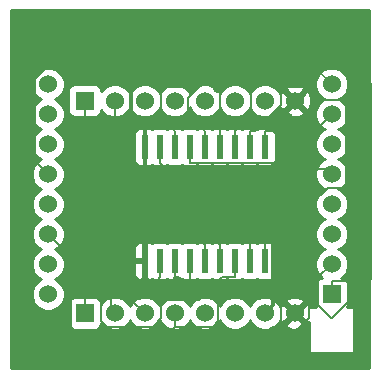
<source format=gbl>
G04 (created by PCBNEW-RS274X (2011-05-25)-stable) date Fri 25 Jan 2013 03:29:58 PM PST*
G01*
G70*
G90*
%MOIN*%
G04 Gerber Fmt 3.4, Leading zero omitted, Abs format*
%FSLAX34Y34*%
G04 APERTURE LIST*
%ADD10C,0.006000*%
%ADD11C,0.000100*%
%ADD12C,0.060000*%
%ADD13R,0.060000X0.060000*%
%ADD14R,0.023600X0.078700*%
%ADD15C,0.035000*%
%ADD16C,0.008000*%
%ADD17C,0.012000*%
%ADD18C,0.010000*%
G04 APERTURE END LIST*
G54D10*
G54D11*
G36*
X51076Y-37754D02*
X51076Y-37754D01*
X51076Y-37754D01*
X51076Y-37754D01*
X51076Y-37754D01*
X51076Y-37754D01*
X51076Y-37754D01*
X51076Y-37754D01*
X51076Y-37754D01*
X51076Y-37754D01*
X51076Y-37754D01*
X51076Y-37754D01*
X51076Y-37754D01*
X51076Y-37754D01*
X51076Y-37754D01*
X51076Y-37754D01*
X51076Y-37754D01*
X51076Y-37754D01*
X51076Y-37754D01*
X51076Y-37754D01*
X51076Y-37754D01*
X51076Y-37754D01*
X51076Y-37754D01*
X51076Y-37754D01*
X51076Y-37754D01*
X51076Y-37754D01*
X51076Y-37754D01*
X51076Y-37754D01*
X51076Y-37754D01*
X51076Y-37754D01*
X51076Y-37754D01*
X51076Y-37754D01*
X51076Y-37754D01*
X51076Y-37754D01*
X51076Y-37754D01*
X51076Y-37754D01*
X51076Y-37754D01*
X51076Y-37754D01*
X51076Y-37754D01*
X51076Y-37754D01*
X51076Y-37754D01*
X51076Y-37754D01*
X51076Y-37754D01*
X51076Y-37754D01*
X51076Y-37754D01*
X51076Y-37754D01*
X51076Y-37754D01*
X51076Y-37754D01*
X51076Y-37754D01*
X51076Y-37754D01*
X51076Y-37754D01*
X51076Y-37754D01*
X51076Y-37754D01*
X51076Y-37754D01*
X51076Y-37754D01*
X51076Y-37754D01*
X51076Y-37754D01*
X51076Y-37754D01*
X51076Y-37754D01*
X51076Y-37754D01*
X51076Y-37754D01*
X51076Y-37754D01*
X51076Y-37754D01*
X51076Y-37754D01*
X51076Y-37754D01*
X51076Y-37754D01*
X51076Y-37754D01*
X51076Y-37754D01*
X51076Y-37754D01*
X51076Y-37754D01*
X51076Y-37754D01*
X51076Y-37754D01*
X51076Y-37754D01*
X51076Y-37754D01*
X51076Y-37754D01*
X51076Y-37754D01*
X51076Y-37754D01*
X51076Y-37754D01*
X51076Y-37754D01*
X51076Y-37754D01*
X51076Y-37754D01*
X51076Y-37754D01*
X51076Y-37754D01*
X51076Y-37754D01*
X51076Y-37754D01*
X51076Y-37754D01*
X51076Y-37754D01*
X51076Y-37754D01*
X51076Y-37754D01*
X51076Y-37754D01*
X51076Y-37754D01*
X51076Y-37754D01*
X51076Y-37754D01*
X51076Y-37754D01*
X51076Y-37754D01*
X51076Y-37754D01*
X51076Y-37754D01*
X51076Y-37754D01*
X51076Y-37754D01*
X51076Y-37754D01*
X51076Y-37754D01*
X51076Y-37754D01*
X51076Y-37754D01*
X51076Y-37754D01*
X51076Y-37754D01*
X51076Y-37754D01*
X51076Y-37754D01*
X51076Y-37754D01*
X51076Y-37754D01*
X51076Y-37754D01*
X51076Y-37754D01*
X51076Y-37754D01*
X51076Y-37754D01*
X51076Y-37754D01*
X51076Y-37754D01*
X51076Y-37754D01*
X51076Y-37754D01*
X51076Y-37754D01*
X51076Y-37754D01*
X51076Y-37754D01*
X51076Y-37754D01*
X51076Y-37754D01*
X51076Y-37754D01*
X51076Y-37754D01*
X51076Y-37754D01*
X51076Y-37754D01*
X51076Y-37754D01*
X51076Y-37754D01*
X51076Y-37754D01*
X51076Y-37754D01*
X51076Y-37754D01*
X51076Y-37754D01*
X51076Y-37754D01*
X51076Y-37754D01*
X51076Y-37754D01*
X51076Y-37754D01*
X51076Y-37754D01*
X51076Y-37754D01*
X51076Y-37754D01*
X51076Y-37754D01*
X51076Y-37754D01*
X51076Y-37754D01*
X51076Y-37754D01*
X51076Y-37754D01*
X51076Y-37754D01*
X51076Y-37754D01*
X51076Y-37754D01*
X51076Y-37754D01*
X51076Y-37754D01*
X51076Y-37754D01*
X51076Y-37754D01*
X51076Y-37754D01*
X51076Y-37754D01*
X51076Y-37754D01*
X51076Y-37754D01*
X51076Y-37754D01*
X51076Y-37754D01*
X51076Y-37754D01*
X51076Y-37754D01*
X51076Y-37754D01*
X51076Y-37754D01*
X51076Y-37754D01*
X51076Y-37754D01*
X51076Y-37754D01*
X51076Y-37754D01*
X51076Y-37754D01*
X51076Y-37754D01*
X51076Y-37754D01*
X51076Y-37754D01*
X51076Y-37754D01*
X51076Y-37754D01*
X51076Y-37754D01*
X51076Y-37754D01*
X51076Y-37754D01*
X51076Y-37754D01*
X51076Y-37754D01*
X51076Y-37754D01*
X51076Y-37754D01*
X51076Y-37754D01*
X51076Y-37754D01*
X51076Y-37754D01*
X51076Y-37754D01*
X51076Y-37754D01*
X51076Y-37754D01*
X51076Y-37754D01*
X51076Y-37754D01*
X51076Y-37754D01*
X51076Y-37754D01*
X51076Y-37754D01*
X51076Y-37754D01*
X51076Y-37754D01*
X51076Y-37754D01*
X51076Y-37754D01*
X51076Y-37754D01*
X51076Y-37754D01*
X51076Y-37754D01*
X51076Y-37754D01*
G37*
G36*
X50202Y-38259D02*
X50202Y-38259D01*
X50202Y-38259D01*
X50202Y-38259D01*
X50202Y-38259D01*
X50202Y-38259D01*
X50202Y-38259D01*
X50202Y-38259D01*
X50202Y-38259D01*
X50202Y-38259D01*
X50202Y-38259D01*
X50202Y-38259D01*
X50202Y-38259D01*
X50202Y-38259D01*
X50202Y-38259D01*
X50202Y-38259D01*
X50202Y-38259D01*
X50202Y-38259D01*
X50202Y-38259D01*
X50202Y-38259D01*
G37*
G36*
X50672Y-38234D02*
X50672Y-38234D01*
X50672Y-38234D01*
X50672Y-38234D01*
X50672Y-38234D01*
X50672Y-38234D01*
X50672Y-38234D01*
X50672Y-38234D01*
X50672Y-38234D01*
X50672Y-38234D01*
X50672Y-38234D01*
X50672Y-38234D01*
X50672Y-38234D01*
X50672Y-38234D01*
X50672Y-38234D01*
X50672Y-38234D01*
X50672Y-38234D01*
X50672Y-38234D01*
X50672Y-38234D01*
X50672Y-38234D01*
X50672Y-38234D01*
X50672Y-38234D01*
X50672Y-38234D01*
G37*
G36*
X50815Y-38056D02*
X50815Y-38056D01*
X50815Y-38056D01*
X50815Y-38056D01*
X50815Y-38056D01*
X50815Y-38056D01*
X50815Y-38056D01*
X50815Y-38056D01*
X50815Y-38056D01*
X50815Y-38056D01*
X50815Y-38056D01*
X50815Y-38056D01*
X50815Y-38056D01*
X50815Y-38056D01*
X50815Y-38056D01*
X50815Y-38056D01*
X50815Y-38056D01*
X50815Y-38056D01*
X50815Y-38056D01*
X50815Y-38056D01*
X50815Y-38056D01*
X50815Y-38056D01*
X50815Y-38056D01*
X50815Y-38056D01*
X50815Y-38056D01*
G37*
G36*
X50071Y-38099D02*
X50071Y-38099D01*
X50071Y-38099D01*
X50071Y-38099D01*
X50071Y-38099D01*
X50071Y-38099D01*
X50071Y-38099D01*
X50071Y-38099D01*
X50071Y-38099D01*
X50071Y-38099D01*
X50071Y-38099D01*
X50071Y-38099D01*
X50071Y-38099D01*
X50071Y-38099D01*
X50071Y-38099D01*
X50071Y-38099D01*
X50071Y-38099D01*
X50071Y-38099D01*
X50071Y-38099D01*
X50071Y-38099D01*
X50071Y-38099D01*
X50071Y-38099D01*
X50071Y-38099D01*
G37*
G36*
X50855Y-37812D02*
X50855Y-37812D01*
X50855Y-37812D01*
X50855Y-37812D01*
X50855Y-37812D01*
X50855Y-37812D01*
X50855Y-37812D01*
X50855Y-37812D01*
X50855Y-37812D01*
X50855Y-37812D01*
X50855Y-37812D01*
X50855Y-37812D01*
X50855Y-37812D01*
X50855Y-37812D01*
X50855Y-37812D01*
X50855Y-37812D01*
X50855Y-37812D01*
X50855Y-37812D01*
X50855Y-37812D01*
X50855Y-37812D01*
X50855Y-37812D01*
X50855Y-37812D01*
X50855Y-37812D01*
X50855Y-37812D01*
G37*
G36*
X49991Y-37872D02*
X49991Y-37872D01*
X49991Y-37872D01*
X49991Y-37872D01*
X49991Y-37872D01*
X49991Y-37872D01*
X49991Y-37872D01*
X49991Y-37872D01*
X49991Y-37872D01*
X49991Y-37872D01*
X49991Y-37872D01*
X49991Y-37872D01*
X49991Y-37872D01*
X49991Y-37872D01*
X49991Y-37872D01*
X49991Y-37872D01*
X49991Y-37872D01*
X49991Y-37872D01*
X49991Y-37872D01*
X49991Y-37872D01*
X49991Y-37872D01*
X49991Y-37872D01*
G37*
G36*
X50834Y-37661D02*
X50834Y-37661D01*
X50834Y-37661D01*
X50834Y-37661D01*
X50834Y-37661D01*
X50834Y-37661D01*
X50834Y-37661D01*
X50834Y-37661D01*
X50834Y-37661D01*
X50834Y-37661D01*
X50834Y-37661D01*
X50834Y-37661D01*
X50834Y-37661D01*
X50834Y-37661D01*
X50834Y-37661D01*
X50834Y-37661D01*
X50834Y-37661D01*
X50834Y-37661D01*
X50834Y-37661D01*
X50834Y-37661D01*
G37*
G36*
X50029Y-37576D02*
X50029Y-37576D01*
X50029Y-37576D01*
X50029Y-37576D01*
X50029Y-37576D01*
X50029Y-37576D01*
X50029Y-37576D01*
X50029Y-37576D01*
X50029Y-37576D01*
X50029Y-37576D01*
X50029Y-37576D01*
X50029Y-37576D01*
X50029Y-37576D01*
X50029Y-37576D01*
X50029Y-37576D01*
X50029Y-37576D01*
X50029Y-37576D01*
X50029Y-37576D01*
X50029Y-37576D01*
X50029Y-37576D01*
X50029Y-37576D01*
X50029Y-37576D01*
X50029Y-37576D01*
G37*
G54D12*
X40945Y-29569D03*
X40945Y-30569D03*
X40945Y-31569D03*
X40945Y-32569D03*
X40945Y-33569D03*
X40945Y-34569D03*
X40945Y-35569D03*
X40945Y-36569D03*
G54D13*
X50394Y-36569D03*
G54D12*
X50394Y-35569D03*
X50394Y-34569D03*
X50394Y-33569D03*
X50394Y-32569D03*
X50394Y-31569D03*
X50394Y-30569D03*
X50394Y-29569D03*
G54D13*
X42169Y-30118D03*
G54D12*
X43169Y-30118D03*
X44169Y-30118D03*
X45169Y-30118D03*
X46169Y-30118D03*
X47169Y-30118D03*
X48169Y-30118D03*
X49169Y-30118D03*
G54D13*
X42169Y-37205D03*
G54D12*
X43169Y-37205D03*
X44169Y-37205D03*
X45169Y-37205D03*
X46169Y-37205D03*
X47169Y-37205D03*
X48169Y-37205D03*
X49169Y-37205D03*
G54D14*
X48161Y-35457D03*
X47661Y-35457D03*
X47161Y-35457D03*
X46661Y-35457D03*
X46161Y-35457D03*
X45661Y-35457D03*
X45161Y-35457D03*
X44661Y-35457D03*
X44161Y-35457D03*
X48161Y-31669D03*
X47661Y-31669D03*
X47161Y-31669D03*
X46661Y-31669D03*
X46161Y-31669D03*
X45661Y-31669D03*
X45161Y-31669D03*
X44661Y-31669D03*
X44161Y-31669D03*
G54D15*
X47644Y-33148D03*
X51101Y-38733D03*
X49320Y-36424D03*
X51490Y-27694D03*
X45285Y-33613D03*
X43373Y-31890D03*
X41823Y-31471D03*
X46752Y-36474D03*
X45926Y-33552D03*
X44139Y-36185D03*
X45229Y-36128D03*
X47190Y-33500D03*
X44658Y-36309D03*
X46847Y-33817D03*
X45864Y-32975D03*
X42740Y-31014D03*
X46883Y-32708D03*
X48946Y-30702D03*
X51400Y-31747D03*
X51368Y-35413D03*
X41918Y-27964D03*
X46600Y-29697D03*
X49101Y-34757D03*
X48469Y-37804D03*
X43889Y-33493D03*
X49010Y-33805D03*
X45999Y-28611D03*
G54D16*
X42169Y-30561D02*
X42169Y-36762D01*
X42169Y-30118D02*
X42169Y-30561D01*
X42169Y-37205D02*
X42169Y-36762D01*
X50837Y-36126D02*
X50394Y-36126D01*
X51049Y-35914D02*
X50837Y-36126D01*
X51049Y-29354D02*
X51049Y-35914D01*
X50193Y-28498D02*
X51049Y-29354D01*
X47132Y-28498D02*
X50193Y-28498D01*
X45613Y-30017D02*
X47132Y-28498D01*
X45613Y-30584D02*
X45613Y-30017D01*
X46161Y-31132D02*
X45613Y-30584D01*
X46161Y-31669D02*
X46161Y-31132D01*
X50394Y-36569D02*
X50394Y-36126D01*
X49841Y-29016D02*
X50394Y-29569D01*
X48393Y-29016D02*
X49841Y-29016D01*
X47713Y-29696D02*
X48393Y-29016D01*
X47713Y-30566D02*
X47713Y-29696D01*
X47161Y-31118D02*
X47713Y-30566D01*
X47161Y-31669D02*
X47161Y-31118D01*
X43055Y-37091D02*
X43169Y-37205D01*
X43055Y-31680D02*
X43055Y-37091D01*
X43169Y-31566D02*
X43055Y-31680D01*
X43169Y-30118D02*
X43169Y-31566D01*
X46613Y-36613D02*
X46752Y-36474D01*
X46613Y-37463D02*
X46613Y-36613D01*
X46428Y-37648D02*
X46613Y-37463D01*
X45169Y-37648D02*
X46428Y-37648D01*
X45169Y-37205D02*
X45169Y-37648D01*
X41725Y-31569D02*
X41823Y-31471D01*
X41725Y-37647D02*
X41725Y-31569D01*
X41911Y-37833D02*
X41725Y-37647D01*
X44984Y-37833D02*
X41911Y-37833D01*
X45169Y-37648D02*
X44984Y-37833D01*
X45926Y-34685D02*
X45926Y-33552D01*
X46161Y-34920D02*
X45926Y-34685D01*
X46161Y-35457D02*
X46161Y-34920D01*
X45661Y-36445D02*
X45661Y-35457D01*
X45639Y-36467D02*
X45661Y-36445D01*
X44951Y-36467D02*
X45639Y-36467D01*
X44791Y-36627D02*
X44951Y-36467D01*
X44526Y-36627D02*
X44791Y-36627D01*
X44139Y-36240D02*
X44526Y-36627D01*
X44139Y-36185D02*
X44139Y-36240D01*
X45229Y-36061D02*
X45229Y-36128D01*
X45161Y-35993D02*
X45229Y-36061D01*
X45161Y-35457D02*
X45161Y-35993D01*
X48161Y-34471D02*
X47190Y-33500D01*
X48161Y-35457D02*
X48161Y-34471D01*
X44658Y-35996D02*
X44658Y-36309D01*
X44661Y-35993D02*
X44658Y-35996D01*
X44661Y-35457D02*
X44661Y-35993D01*
X47661Y-34631D02*
X46847Y-33817D01*
X47661Y-35457D02*
X47661Y-34631D01*
X46529Y-34788D02*
X46661Y-34920D01*
X46529Y-33640D02*
X46529Y-34788D01*
X45864Y-32975D02*
X46529Y-33640D01*
X46661Y-35457D02*
X46661Y-34920D01*
X47161Y-35457D02*
X47161Y-35993D01*
X46743Y-35993D02*
X47161Y-35993D01*
X45977Y-36759D02*
X46743Y-35993D01*
X44919Y-36759D02*
X45977Y-36759D01*
X44725Y-36953D02*
X44919Y-36759D01*
X44725Y-37351D02*
X44725Y-36953D01*
X44427Y-37649D02*
X44725Y-37351D01*
X42911Y-37649D02*
X44427Y-37649D01*
X42725Y-37463D02*
X42911Y-37649D01*
X42725Y-31029D02*
X42725Y-37463D01*
X42740Y-31014D02*
X42725Y-31029D01*
X43752Y-36788D02*
X44169Y-37205D01*
X43752Y-34516D02*
X43752Y-36788D01*
X45611Y-32657D02*
X43752Y-34516D01*
X46832Y-32657D02*
X45611Y-32657D01*
X46883Y-32708D02*
X46832Y-32657D01*
X50214Y-32389D02*
X50394Y-32569D01*
X44845Y-32389D02*
X50214Y-32389D01*
X44661Y-32205D02*
X44845Y-32389D01*
X44661Y-31669D02*
X44661Y-32205D01*
X48516Y-31132D02*
X48946Y-30702D01*
X48161Y-31132D02*
X48516Y-31132D01*
X48161Y-31669D02*
X48161Y-31132D01*
X51400Y-35381D02*
X51368Y-35413D01*
X51400Y-31747D02*
X51400Y-35381D01*
X48758Y-32205D02*
X50394Y-30569D01*
X45661Y-32205D02*
X48758Y-32205D01*
X45661Y-31669D02*
X45661Y-32205D01*
X46661Y-29758D02*
X46661Y-31669D01*
X46600Y-29697D02*
X46661Y-29758D01*
X40501Y-29381D02*
X41918Y-27964D01*
X40501Y-32125D02*
X40501Y-29381D01*
X40945Y-32569D02*
X40501Y-32125D01*
X47661Y-31669D02*
X47661Y-31132D01*
X47847Y-31132D02*
X47661Y-31132D01*
X48720Y-30259D02*
X47847Y-31132D01*
X48720Y-29689D02*
X48720Y-30259D01*
X48742Y-29667D02*
X48720Y-29689D01*
X49740Y-29667D02*
X48742Y-29667D01*
X50168Y-30095D02*
X49740Y-29667D01*
X50817Y-30095D02*
X50168Y-30095D01*
X50863Y-30141D02*
X50817Y-30095D01*
X50863Y-32986D02*
X50863Y-30141D01*
X50832Y-33017D02*
X50863Y-32986D01*
X50267Y-33017D02*
X50832Y-33017D01*
X49641Y-33643D02*
X50267Y-33017D01*
X49641Y-37363D02*
X49641Y-33643D01*
X48882Y-38122D02*
X49641Y-37363D01*
X41651Y-38122D02*
X48882Y-38122D01*
X41501Y-37972D02*
X41651Y-38122D01*
X41501Y-35125D02*
X41501Y-37972D01*
X40945Y-34569D02*
X41501Y-35125D01*
X49950Y-36013D02*
X50394Y-35569D01*
X49950Y-36932D02*
X49950Y-36013D01*
X50383Y-37365D02*
X49950Y-36932D01*
X50415Y-37365D02*
X50383Y-37365D01*
X51725Y-36055D02*
X50415Y-37365D01*
X51725Y-29569D02*
X51725Y-36055D01*
X50404Y-28248D02*
X51725Y-29569D01*
X46814Y-28248D02*
X50404Y-28248D01*
X45388Y-29674D02*
X46814Y-28248D01*
X44735Y-29674D02*
X45388Y-29674D01*
X44713Y-29696D02*
X44735Y-29674D01*
X44713Y-30684D02*
X44713Y-29696D01*
X45161Y-31132D02*
X44713Y-30684D01*
X45161Y-31669D02*
X45161Y-31132D01*
X48725Y-37548D02*
X48469Y-37804D01*
X48725Y-35133D02*
X48725Y-37548D01*
X49101Y-34757D02*
X48725Y-35133D01*
G54D17*
X44161Y-33221D02*
X43889Y-33493D01*
X44161Y-32225D02*
X44161Y-33221D01*
X44161Y-31751D02*
X44161Y-32225D01*
X48450Y-36924D02*
X48169Y-37205D01*
X48450Y-34365D02*
X48450Y-36924D01*
X49010Y-33805D02*
X48450Y-34365D01*
X44161Y-31751D02*
X44161Y-31669D01*
X44598Y-28611D02*
X45999Y-28611D01*
X43705Y-29504D02*
X44598Y-28611D01*
X43705Y-30656D02*
X43705Y-29504D01*
X44161Y-31112D02*
X43705Y-30656D01*
X44161Y-31669D02*
X44161Y-31112D01*
G54D10*
G36*
X51644Y-39045D02*
X51152Y-39045D01*
X51152Y-38515D01*
X51152Y-36997D01*
X50910Y-36997D01*
X50943Y-36919D01*
X50943Y-36820D01*
X50943Y-36220D01*
X50905Y-36128D01*
X50835Y-36058D01*
X50744Y-36020D01*
X50719Y-36020D01*
X50859Y-35880D01*
X50943Y-35678D01*
X50943Y-35460D01*
X50859Y-35258D01*
X50705Y-35104D01*
X50620Y-35069D01*
X50705Y-35034D01*
X50859Y-34880D01*
X50943Y-34678D01*
X50943Y-34460D01*
X50859Y-34258D01*
X50705Y-34104D01*
X50620Y-34069D01*
X50705Y-34034D01*
X50859Y-33880D01*
X50943Y-33678D01*
X50943Y-33460D01*
X50859Y-33258D01*
X50705Y-33104D01*
X50620Y-33069D01*
X50705Y-33034D01*
X50859Y-32880D01*
X50943Y-32678D01*
X50943Y-32460D01*
X50859Y-32258D01*
X50705Y-32104D01*
X50620Y-32069D01*
X50705Y-32034D01*
X50859Y-31880D01*
X50943Y-31678D01*
X50943Y-31460D01*
X50859Y-31258D01*
X50705Y-31104D01*
X50620Y-31069D01*
X50705Y-31034D01*
X50859Y-30880D01*
X50943Y-30678D01*
X50943Y-30460D01*
X50859Y-30258D01*
X50705Y-30104D01*
X50620Y-30069D01*
X50705Y-30034D01*
X50859Y-29880D01*
X50943Y-29678D01*
X50943Y-29460D01*
X50859Y-29258D01*
X50705Y-29104D01*
X50503Y-29020D01*
X50285Y-29020D01*
X50083Y-29104D01*
X49929Y-29258D01*
X49845Y-29460D01*
X49845Y-29678D01*
X49929Y-29880D01*
X50083Y-30034D01*
X50167Y-30069D01*
X50083Y-30104D01*
X49929Y-30258D01*
X49845Y-30460D01*
X49845Y-30678D01*
X49929Y-30880D01*
X50083Y-31034D01*
X50167Y-31069D01*
X50083Y-31104D01*
X49929Y-31258D01*
X49845Y-31460D01*
X49845Y-31678D01*
X49929Y-31880D01*
X50083Y-32034D01*
X50167Y-32069D01*
X50083Y-32104D01*
X49929Y-32258D01*
X49845Y-32460D01*
X49845Y-32678D01*
X49929Y-32880D01*
X50083Y-33034D01*
X50167Y-33069D01*
X50083Y-33104D01*
X49929Y-33258D01*
X49845Y-33460D01*
X49845Y-33678D01*
X49929Y-33880D01*
X50083Y-34034D01*
X50167Y-34069D01*
X50083Y-34104D01*
X49929Y-34258D01*
X49845Y-34460D01*
X49845Y-34678D01*
X49929Y-34880D01*
X50083Y-35034D01*
X50167Y-35069D01*
X50083Y-35104D01*
X49929Y-35258D01*
X49845Y-35460D01*
X49845Y-35678D01*
X49929Y-35880D01*
X50069Y-36020D01*
X50045Y-36020D01*
X49953Y-36058D01*
X49883Y-36128D01*
X49845Y-36219D01*
X49845Y-36318D01*
X49845Y-36918D01*
X49877Y-36997D01*
X49712Y-36997D01*
X49712Y-30197D01*
X49701Y-29984D01*
X49641Y-29837D01*
X49547Y-29810D01*
X49477Y-29880D01*
X49477Y-29740D01*
X49450Y-29646D01*
X49248Y-29575D01*
X49035Y-29586D01*
X48888Y-29646D01*
X48861Y-29740D01*
X49169Y-30047D01*
X49477Y-29740D01*
X49477Y-29880D01*
X49240Y-30118D01*
X49547Y-30426D01*
X49641Y-30399D01*
X49712Y-30197D01*
X49712Y-36997D01*
X49670Y-36997D01*
X49641Y-36924D01*
X49547Y-36897D01*
X49477Y-36967D01*
X49477Y-36827D01*
X49477Y-30496D01*
X49169Y-30189D01*
X49098Y-30259D01*
X49098Y-30118D01*
X48791Y-29810D01*
X48697Y-29837D01*
X48673Y-29902D01*
X48634Y-29807D01*
X48480Y-29653D01*
X48278Y-29569D01*
X48060Y-29569D01*
X47858Y-29653D01*
X47704Y-29807D01*
X47669Y-29891D01*
X47634Y-29807D01*
X47480Y-29653D01*
X47278Y-29569D01*
X47060Y-29569D01*
X46858Y-29653D01*
X46704Y-29807D01*
X46669Y-29891D01*
X46634Y-29807D01*
X46480Y-29653D01*
X46278Y-29569D01*
X46060Y-29569D01*
X45858Y-29653D01*
X45704Y-29807D01*
X45669Y-29891D01*
X45634Y-29807D01*
X45480Y-29653D01*
X45278Y-29569D01*
X45060Y-29569D01*
X44858Y-29653D01*
X44704Y-29807D01*
X44669Y-29891D01*
X44634Y-29807D01*
X44480Y-29653D01*
X44278Y-29569D01*
X44060Y-29569D01*
X43858Y-29653D01*
X43704Y-29807D01*
X43669Y-29891D01*
X43634Y-29807D01*
X43480Y-29653D01*
X43278Y-29569D01*
X43060Y-29569D01*
X42858Y-29653D01*
X42718Y-29793D01*
X42718Y-29769D01*
X42680Y-29677D01*
X42610Y-29607D01*
X42519Y-29569D01*
X42420Y-29569D01*
X41820Y-29569D01*
X41728Y-29607D01*
X41658Y-29677D01*
X41620Y-29768D01*
X41620Y-29867D01*
X41620Y-30467D01*
X41658Y-30559D01*
X41728Y-30629D01*
X41819Y-30667D01*
X41918Y-30667D01*
X42518Y-30667D01*
X42610Y-30629D01*
X42680Y-30559D01*
X42718Y-30468D01*
X42718Y-30443D01*
X42858Y-30583D01*
X43060Y-30667D01*
X43278Y-30667D01*
X43480Y-30583D01*
X43634Y-30429D01*
X43669Y-30344D01*
X43704Y-30429D01*
X43858Y-30583D01*
X44060Y-30667D01*
X44278Y-30667D01*
X44480Y-30583D01*
X44634Y-30429D01*
X44669Y-30344D01*
X44704Y-30429D01*
X44858Y-30583D01*
X45060Y-30667D01*
X45278Y-30667D01*
X45480Y-30583D01*
X45634Y-30429D01*
X45669Y-30344D01*
X45704Y-30429D01*
X45858Y-30583D01*
X46060Y-30667D01*
X46278Y-30667D01*
X46480Y-30583D01*
X46634Y-30429D01*
X46669Y-30344D01*
X46704Y-30429D01*
X46858Y-30583D01*
X47060Y-30667D01*
X47278Y-30667D01*
X47480Y-30583D01*
X47634Y-30429D01*
X47669Y-30344D01*
X47704Y-30429D01*
X47858Y-30583D01*
X48060Y-30667D01*
X48278Y-30667D01*
X48480Y-30583D01*
X48634Y-30429D01*
X48671Y-30337D01*
X48697Y-30399D01*
X48791Y-30426D01*
X49098Y-30118D01*
X49098Y-30259D01*
X48861Y-30496D01*
X48888Y-30590D01*
X49090Y-30661D01*
X49303Y-30650D01*
X49450Y-30590D01*
X49477Y-30496D01*
X49477Y-36827D01*
X49450Y-36733D01*
X49248Y-36662D01*
X49035Y-36673D01*
X48888Y-36733D01*
X48861Y-36827D01*
X49169Y-37134D01*
X49477Y-36827D01*
X49477Y-36967D01*
X49240Y-37205D01*
X49547Y-37513D01*
X49635Y-37487D01*
X49635Y-38515D01*
X51152Y-38515D01*
X51152Y-39045D01*
X49477Y-39045D01*
X49477Y-37583D01*
X49169Y-37276D01*
X49098Y-37346D01*
X49098Y-37205D01*
X48791Y-36897D01*
X48697Y-36924D01*
X48673Y-36989D01*
X48634Y-36894D01*
X48528Y-36788D01*
X48528Y-35900D01*
X48528Y-35801D01*
X48528Y-35015D01*
X48528Y-32112D01*
X48528Y-32013D01*
X48528Y-31227D01*
X48490Y-31135D01*
X48420Y-31065D01*
X48329Y-31027D01*
X48230Y-31027D01*
X47994Y-31027D01*
X47911Y-31061D01*
X47829Y-31027D01*
X47730Y-31027D01*
X47494Y-31027D01*
X47411Y-31061D01*
X47329Y-31027D01*
X47230Y-31027D01*
X46994Y-31027D01*
X46911Y-31061D01*
X46829Y-31027D01*
X46730Y-31027D01*
X46494Y-31027D01*
X46411Y-31061D01*
X46329Y-31027D01*
X46230Y-31027D01*
X45994Y-31027D01*
X45911Y-31061D01*
X45829Y-31027D01*
X45730Y-31027D01*
X45494Y-31027D01*
X45411Y-31061D01*
X45329Y-31027D01*
X45230Y-31027D01*
X44994Y-31027D01*
X44911Y-31061D01*
X44829Y-31027D01*
X44730Y-31027D01*
X44494Y-31027D01*
X44411Y-31061D01*
X44329Y-31027D01*
X44230Y-31027D01*
X43994Y-31027D01*
X43902Y-31065D01*
X43832Y-31135D01*
X43794Y-31226D01*
X43794Y-31325D01*
X43794Y-32111D01*
X43832Y-32203D01*
X43902Y-32273D01*
X43993Y-32311D01*
X44092Y-32311D01*
X44328Y-32311D01*
X44410Y-32276D01*
X44493Y-32311D01*
X44592Y-32311D01*
X44828Y-32311D01*
X44910Y-32276D01*
X44993Y-32311D01*
X45092Y-32311D01*
X45328Y-32311D01*
X45410Y-32276D01*
X45493Y-32311D01*
X45592Y-32311D01*
X45828Y-32311D01*
X45910Y-32276D01*
X45993Y-32311D01*
X46092Y-32311D01*
X46328Y-32311D01*
X46410Y-32276D01*
X46493Y-32311D01*
X46592Y-32311D01*
X46828Y-32311D01*
X46910Y-32276D01*
X46993Y-32311D01*
X47092Y-32311D01*
X47328Y-32311D01*
X47410Y-32276D01*
X47493Y-32311D01*
X47592Y-32311D01*
X47828Y-32311D01*
X47910Y-32276D01*
X47993Y-32311D01*
X48092Y-32311D01*
X48328Y-32311D01*
X48420Y-32273D01*
X48490Y-32203D01*
X48528Y-32112D01*
X48528Y-35015D01*
X48490Y-34923D01*
X48420Y-34853D01*
X48329Y-34815D01*
X48230Y-34815D01*
X47994Y-34815D01*
X47911Y-34849D01*
X47829Y-34815D01*
X47730Y-34815D01*
X47494Y-34815D01*
X47411Y-34849D01*
X47329Y-34815D01*
X47230Y-34815D01*
X46994Y-34815D01*
X46911Y-34849D01*
X46829Y-34815D01*
X46730Y-34815D01*
X46494Y-34815D01*
X46411Y-34849D01*
X46329Y-34815D01*
X46230Y-34815D01*
X45994Y-34815D01*
X45911Y-34849D01*
X45829Y-34815D01*
X45730Y-34815D01*
X45494Y-34815D01*
X45411Y-34849D01*
X45329Y-34815D01*
X45230Y-34815D01*
X44994Y-34815D01*
X44911Y-34849D01*
X44829Y-34815D01*
X44730Y-34815D01*
X44494Y-34815D01*
X44411Y-34849D01*
X44328Y-34815D01*
X44273Y-34814D01*
X44211Y-34876D01*
X44211Y-35357D01*
X44211Y-35407D01*
X44211Y-35507D01*
X44211Y-35557D01*
X44211Y-36038D01*
X44273Y-36100D01*
X44328Y-36099D01*
X44410Y-36064D01*
X44493Y-36099D01*
X44592Y-36099D01*
X44828Y-36099D01*
X44910Y-36064D01*
X44993Y-36099D01*
X45092Y-36099D01*
X45328Y-36099D01*
X45410Y-36064D01*
X45493Y-36099D01*
X45592Y-36099D01*
X45828Y-36099D01*
X45910Y-36064D01*
X45993Y-36099D01*
X46092Y-36099D01*
X46328Y-36099D01*
X46410Y-36064D01*
X46493Y-36099D01*
X46592Y-36099D01*
X46828Y-36099D01*
X46910Y-36064D01*
X46993Y-36099D01*
X47092Y-36099D01*
X47328Y-36099D01*
X47410Y-36064D01*
X47493Y-36099D01*
X47592Y-36099D01*
X47828Y-36099D01*
X47910Y-36064D01*
X47993Y-36099D01*
X48092Y-36099D01*
X48328Y-36099D01*
X48420Y-36061D01*
X48490Y-35991D01*
X48528Y-35900D01*
X48528Y-36788D01*
X48480Y-36740D01*
X48278Y-36656D01*
X48060Y-36656D01*
X47858Y-36740D01*
X47704Y-36894D01*
X47669Y-36978D01*
X47634Y-36894D01*
X47480Y-36740D01*
X47278Y-36656D01*
X47060Y-36656D01*
X46858Y-36740D01*
X46704Y-36894D01*
X46669Y-36978D01*
X46634Y-36894D01*
X46480Y-36740D01*
X46278Y-36656D01*
X46060Y-36656D01*
X45858Y-36740D01*
X45704Y-36894D01*
X45669Y-36978D01*
X45634Y-36894D01*
X45480Y-36740D01*
X45278Y-36656D01*
X45060Y-36656D01*
X44858Y-36740D01*
X44704Y-36894D01*
X44669Y-36978D01*
X44634Y-36894D01*
X44480Y-36740D01*
X44278Y-36656D01*
X44111Y-36656D01*
X44111Y-36038D01*
X44111Y-35507D01*
X44111Y-35407D01*
X44111Y-34876D01*
X44049Y-34814D01*
X43994Y-34815D01*
X43902Y-34853D01*
X43832Y-34923D01*
X43794Y-35014D01*
X43794Y-35113D01*
X43793Y-35345D01*
X43855Y-35407D01*
X44111Y-35407D01*
X44111Y-35507D01*
X43855Y-35507D01*
X43793Y-35569D01*
X43794Y-35801D01*
X43794Y-35900D01*
X43832Y-35991D01*
X43902Y-36061D01*
X43994Y-36099D01*
X44049Y-36100D01*
X44111Y-36038D01*
X44111Y-36656D01*
X44060Y-36656D01*
X43858Y-36740D01*
X43704Y-36894D01*
X43669Y-36978D01*
X43634Y-36894D01*
X43480Y-36740D01*
X43278Y-36656D01*
X43060Y-36656D01*
X42858Y-36740D01*
X42718Y-36880D01*
X42718Y-36856D01*
X42680Y-36764D01*
X42610Y-36694D01*
X42519Y-36656D01*
X42420Y-36656D01*
X41820Y-36656D01*
X41728Y-36694D01*
X41658Y-36764D01*
X41620Y-36855D01*
X41620Y-36954D01*
X41620Y-37554D01*
X41658Y-37646D01*
X41728Y-37716D01*
X41819Y-37754D01*
X41918Y-37754D01*
X42518Y-37754D01*
X42610Y-37716D01*
X42680Y-37646D01*
X42718Y-37555D01*
X42718Y-37530D01*
X42858Y-37670D01*
X43060Y-37754D01*
X43278Y-37754D01*
X43480Y-37670D01*
X43634Y-37516D01*
X43669Y-37431D01*
X43704Y-37516D01*
X43858Y-37670D01*
X44060Y-37754D01*
X44278Y-37754D01*
X44480Y-37670D01*
X44634Y-37516D01*
X44669Y-37431D01*
X44704Y-37516D01*
X44858Y-37670D01*
X45060Y-37754D01*
X45278Y-37754D01*
X45480Y-37670D01*
X45634Y-37516D01*
X45669Y-37431D01*
X45704Y-37516D01*
X45858Y-37670D01*
X46060Y-37754D01*
X46278Y-37754D01*
X46480Y-37670D01*
X46634Y-37516D01*
X46669Y-37431D01*
X46704Y-37516D01*
X46858Y-37670D01*
X47060Y-37754D01*
X47278Y-37754D01*
X47480Y-37670D01*
X47634Y-37516D01*
X47669Y-37431D01*
X47704Y-37516D01*
X47858Y-37670D01*
X48060Y-37754D01*
X48278Y-37754D01*
X48480Y-37670D01*
X48634Y-37516D01*
X48671Y-37424D01*
X48697Y-37486D01*
X48791Y-37513D01*
X49098Y-37205D01*
X49098Y-37346D01*
X48861Y-37583D01*
X48888Y-37677D01*
X49090Y-37748D01*
X49303Y-37737D01*
X49450Y-37677D01*
X49477Y-37583D01*
X49477Y-39045D01*
X41494Y-39045D01*
X41494Y-36678D01*
X41494Y-36460D01*
X41410Y-36258D01*
X41256Y-36104D01*
X41171Y-36069D01*
X41256Y-36034D01*
X41410Y-35880D01*
X41494Y-35678D01*
X41494Y-35460D01*
X41410Y-35258D01*
X41256Y-35104D01*
X41171Y-35069D01*
X41256Y-35034D01*
X41410Y-34880D01*
X41494Y-34678D01*
X41494Y-34460D01*
X41410Y-34258D01*
X41256Y-34104D01*
X41171Y-34069D01*
X41256Y-34034D01*
X41410Y-33880D01*
X41494Y-33678D01*
X41494Y-33460D01*
X41410Y-33258D01*
X41256Y-33104D01*
X41171Y-33069D01*
X41256Y-33034D01*
X41410Y-32880D01*
X41494Y-32678D01*
X41494Y-32460D01*
X41410Y-32258D01*
X41256Y-32104D01*
X41171Y-32069D01*
X41256Y-32034D01*
X41410Y-31880D01*
X41494Y-31678D01*
X41494Y-31460D01*
X41410Y-31258D01*
X41256Y-31104D01*
X41171Y-31069D01*
X41256Y-31034D01*
X41410Y-30880D01*
X41494Y-30678D01*
X41494Y-30460D01*
X41410Y-30258D01*
X41256Y-30104D01*
X41171Y-30069D01*
X41256Y-30034D01*
X41410Y-29880D01*
X41494Y-29678D01*
X41494Y-29460D01*
X41410Y-29258D01*
X41256Y-29104D01*
X41054Y-29020D01*
X40836Y-29020D01*
X40634Y-29104D01*
X40480Y-29258D01*
X40396Y-29460D01*
X40396Y-29678D01*
X40480Y-29880D01*
X40634Y-30034D01*
X40718Y-30069D01*
X40634Y-30104D01*
X40480Y-30258D01*
X40396Y-30460D01*
X40396Y-30678D01*
X40480Y-30880D01*
X40634Y-31034D01*
X40718Y-31069D01*
X40634Y-31104D01*
X40480Y-31258D01*
X40396Y-31460D01*
X40396Y-31678D01*
X40480Y-31880D01*
X40634Y-32034D01*
X40718Y-32069D01*
X40634Y-32104D01*
X40480Y-32258D01*
X40396Y-32460D01*
X40396Y-32678D01*
X40480Y-32880D01*
X40634Y-33034D01*
X40718Y-33069D01*
X40634Y-33104D01*
X40480Y-33258D01*
X40396Y-33460D01*
X40396Y-33678D01*
X40480Y-33880D01*
X40634Y-34034D01*
X40718Y-34069D01*
X40634Y-34104D01*
X40480Y-34258D01*
X40396Y-34460D01*
X40396Y-34678D01*
X40480Y-34880D01*
X40634Y-35034D01*
X40718Y-35069D01*
X40634Y-35104D01*
X40480Y-35258D01*
X40396Y-35460D01*
X40396Y-35678D01*
X40480Y-35880D01*
X40634Y-36034D01*
X40718Y-36069D01*
X40634Y-36104D01*
X40480Y-36258D01*
X40396Y-36460D01*
X40396Y-36678D01*
X40480Y-36880D01*
X40634Y-37034D01*
X40836Y-37118D01*
X41054Y-37118D01*
X41256Y-37034D01*
X41410Y-36880D01*
X41494Y-36678D01*
X41494Y-39045D01*
X39695Y-39045D01*
X39695Y-27097D01*
X51644Y-27097D01*
X51644Y-39045D01*
X51644Y-39045D01*
G37*
G54D18*
X51644Y-39045D02*
X51152Y-39045D01*
X51152Y-38515D01*
X51152Y-36997D01*
X50910Y-36997D01*
X50943Y-36919D01*
X50943Y-36820D01*
X50943Y-36220D01*
X50905Y-36128D01*
X50835Y-36058D01*
X50744Y-36020D01*
X50719Y-36020D01*
X50859Y-35880D01*
X50943Y-35678D01*
X50943Y-35460D01*
X50859Y-35258D01*
X50705Y-35104D01*
X50620Y-35069D01*
X50705Y-35034D01*
X50859Y-34880D01*
X50943Y-34678D01*
X50943Y-34460D01*
X50859Y-34258D01*
X50705Y-34104D01*
X50620Y-34069D01*
X50705Y-34034D01*
X50859Y-33880D01*
X50943Y-33678D01*
X50943Y-33460D01*
X50859Y-33258D01*
X50705Y-33104D01*
X50620Y-33069D01*
X50705Y-33034D01*
X50859Y-32880D01*
X50943Y-32678D01*
X50943Y-32460D01*
X50859Y-32258D01*
X50705Y-32104D01*
X50620Y-32069D01*
X50705Y-32034D01*
X50859Y-31880D01*
X50943Y-31678D01*
X50943Y-31460D01*
X50859Y-31258D01*
X50705Y-31104D01*
X50620Y-31069D01*
X50705Y-31034D01*
X50859Y-30880D01*
X50943Y-30678D01*
X50943Y-30460D01*
X50859Y-30258D01*
X50705Y-30104D01*
X50620Y-30069D01*
X50705Y-30034D01*
X50859Y-29880D01*
X50943Y-29678D01*
X50943Y-29460D01*
X50859Y-29258D01*
X50705Y-29104D01*
X50503Y-29020D01*
X50285Y-29020D01*
X50083Y-29104D01*
X49929Y-29258D01*
X49845Y-29460D01*
X49845Y-29678D01*
X49929Y-29880D01*
X50083Y-30034D01*
X50167Y-30069D01*
X50083Y-30104D01*
X49929Y-30258D01*
X49845Y-30460D01*
X49845Y-30678D01*
X49929Y-30880D01*
X50083Y-31034D01*
X50167Y-31069D01*
X50083Y-31104D01*
X49929Y-31258D01*
X49845Y-31460D01*
X49845Y-31678D01*
X49929Y-31880D01*
X50083Y-32034D01*
X50167Y-32069D01*
X50083Y-32104D01*
X49929Y-32258D01*
X49845Y-32460D01*
X49845Y-32678D01*
X49929Y-32880D01*
X50083Y-33034D01*
X50167Y-33069D01*
X50083Y-33104D01*
X49929Y-33258D01*
X49845Y-33460D01*
X49845Y-33678D01*
X49929Y-33880D01*
X50083Y-34034D01*
X50167Y-34069D01*
X50083Y-34104D01*
X49929Y-34258D01*
X49845Y-34460D01*
X49845Y-34678D01*
X49929Y-34880D01*
X50083Y-35034D01*
X50167Y-35069D01*
X50083Y-35104D01*
X49929Y-35258D01*
X49845Y-35460D01*
X49845Y-35678D01*
X49929Y-35880D01*
X50069Y-36020D01*
X50045Y-36020D01*
X49953Y-36058D01*
X49883Y-36128D01*
X49845Y-36219D01*
X49845Y-36318D01*
X49845Y-36918D01*
X49877Y-36997D01*
X49712Y-36997D01*
X49712Y-30197D01*
X49701Y-29984D01*
X49641Y-29837D01*
X49547Y-29810D01*
X49477Y-29880D01*
X49477Y-29740D01*
X49450Y-29646D01*
X49248Y-29575D01*
X49035Y-29586D01*
X48888Y-29646D01*
X48861Y-29740D01*
X49169Y-30047D01*
X49477Y-29740D01*
X49477Y-29880D01*
X49240Y-30118D01*
X49547Y-30426D01*
X49641Y-30399D01*
X49712Y-30197D01*
X49712Y-36997D01*
X49670Y-36997D01*
X49641Y-36924D01*
X49547Y-36897D01*
X49477Y-36967D01*
X49477Y-36827D01*
X49477Y-30496D01*
X49169Y-30189D01*
X49098Y-30259D01*
X49098Y-30118D01*
X48791Y-29810D01*
X48697Y-29837D01*
X48673Y-29902D01*
X48634Y-29807D01*
X48480Y-29653D01*
X48278Y-29569D01*
X48060Y-29569D01*
X47858Y-29653D01*
X47704Y-29807D01*
X47669Y-29891D01*
X47634Y-29807D01*
X47480Y-29653D01*
X47278Y-29569D01*
X47060Y-29569D01*
X46858Y-29653D01*
X46704Y-29807D01*
X46669Y-29891D01*
X46634Y-29807D01*
X46480Y-29653D01*
X46278Y-29569D01*
X46060Y-29569D01*
X45858Y-29653D01*
X45704Y-29807D01*
X45669Y-29891D01*
X45634Y-29807D01*
X45480Y-29653D01*
X45278Y-29569D01*
X45060Y-29569D01*
X44858Y-29653D01*
X44704Y-29807D01*
X44669Y-29891D01*
X44634Y-29807D01*
X44480Y-29653D01*
X44278Y-29569D01*
X44060Y-29569D01*
X43858Y-29653D01*
X43704Y-29807D01*
X43669Y-29891D01*
X43634Y-29807D01*
X43480Y-29653D01*
X43278Y-29569D01*
X43060Y-29569D01*
X42858Y-29653D01*
X42718Y-29793D01*
X42718Y-29769D01*
X42680Y-29677D01*
X42610Y-29607D01*
X42519Y-29569D01*
X42420Y-29569D01*
X41820Y-29569D01*
X41728Y-29607D01*
X41658Y-29677D01*
X41620Y-29768D01*
X41620Y-29867D01*
X41620Y-30467D01*
X41658Y-30559D01*
X41728Y-30629D01*
X41819Y-30667D01*
X41918Y-30667D01*
X42518Y-30667D01*
X42610Y-30629D01*
X42680Y-30559D01*
X42718Y-30468D01*
X42718Y-30443D01*
X42858Y-30583D01*
X43060Y-30667D01*
X43278Y-30667D01*
X43480Y-30583D01*
X43634Y-30429D01*
X43669Y-30344D01*
X43704Y-30429D01*
X43858Y-30583D01*
X44060Y-30667D01*
X44278Y-30667D01*
X44480Y-30583D01*
X44634Y-30429D01*
X44669Y-30344D01*
X44704Y-30429D01*
X44858Y-30583D01*
X45060Y-30667D01*
X45278Y-30667D01*
X45480Y-30583D01*
X45634Y-30429D01*
X45669Y-30344D01*
X45704Y-30429D01*
X45858Y-30583D01*
X46060Y-30667D01*
X46278Y-30667D01*
X46480Y-30583D01*
X46634Y-30429D01*
X46669Y-30344D01*
X46704Y-30429D01*
X46858Y-30583D01*
X47060Y-30667D01*
X47278Y-30667D01*
X47480Y-30583D01*
X47634Y-30429D01*
X47669Y-30344D01*
X47704Y-30429D01*
X47858Y-30583D01*
X48060Y-30667D01*
X48278Y-30667D01*
X48480Y-30583D01*
X48634Y-30429D01*
X48671Y-30337D01*
X48697Y-30399D01*
X48791Y-30426D01*
X49098Y-30118D01*
X49098Y-30259D01*
X48861Y-30496D01*
X48888Y-30590D01*
X49090Y-30661D01*
X49303Y-30650D01*
X49450Y-30590D01*
X49477Y-30496D01*
X49477Y-36827D01*
X49450Y-36733D01*
X49248Y-36662D01*
X49035Y-36673D01*
X48888Y-36733D01*
X48861Y-36827D01*
X49169Y-37134D01*
X49477Y-36827D01*
X49477Y-36967D01*
X49240Y-37205D01*
X49547Y-37513D01*
X49635Y-37487D01*
X49635Y-38515D01*
X51152Y-38515D01*
X51152Y-39045D01*
X49477Y-39045D01*
X49477Y-37583D01*
X49169Y-37276D01*
X49098Y-37346D01*
X49098Y-37205D01*
X48791Y-36897D01*
X48697Y-36924D01*
X48673Y-36989D01*
X48634Y-36894D01*
X48528Y-36788D01*
X48528Y-35900D01*
X48528Y-35801D01*
X48528Y-35015D01*
X48528Y-32112D01*
X48528Y-32013D01*
X48528Y-31227D01*
X48490Y-31135D01*
X48420Y-31065D01*
X48329Y-31027D01*
X48230Y-31027D01*
X47994Y-31027D01*
X47911Y-31061D01*
X47829Y-31027D01*
X47730Y-31027D01*
X47494Y-31027D01*
X47411Y-31061D01*
X47329Y-31027D01*
X47230Y-31027D01*
X46994Y-31027D01*
X46911Y-31061D01*
X46829Y-31027D01*
X46730Y-31027D01*
X46494Y-31027D01*
X46411Y-31061D01*
X46329Y-31027D01*
X46230Y-31027D01*
X45994Y-31027D01*
X45911Y-31061D01*
X45829Y-31027D01*
X45730Y-31027D01*
X45494Y-31027D01*
X45411Y-31061D01*
X45329Y-31027D01*
X45230Y-31027D01*
X44994Y-31027D01*
X44911Y-31061D01*
X44829Y-31027D01*
X44730Y-31027D01*
X44494Y-31027D01*
X44411Y-31061D01*
X44329Y-31027D01*
X44230Y-31027D01*
X43994Y-31027D01*
X43902Y-31065D01*
X43832Y-31135D01*
X43794Y-31226D01*
X43794Y-31325D01*
X43794Y-32111D01*
X43832Y-32203D01*
X43902Y-32273D01*
X43993Y-32311D01*
X44092Y-32311D01*
X44328Y-32311D01*
X44410Y-32276D01*
X44493Y-32311D01*
X44592Y-32311D01*
X44828Y-32311D01*
X44910Y-32276D01*
X44993Y-32311D01*
X45092Y-32311D01*
X45328Y-32311D01*
X45410Y-32276D01*
X45493Y-32311D01*
X45592Y-32311D01*
X45828Y-32311D01*
X45910Y-32276D01*
X45993Y-32311D01*
X46092Y-32311D01*
X46328Y-32311D01*
X46410Y-32276D01*
X46493Y-32311D01*
X46592Y-32311D01*
X46828Y-32311D01*
X46910Y-32276D01*
X46993Y-32311D01*
X47092Y-32311D01*
X47328Y-32311D01*
X47410Y-32276D01*
X47493Y-32311D01*
X47592Y-32311D01*
X47828Y-32311D01*
X47910Y-32276D01*
X47993Y-32311D01*
X48092Y-32311D01*
X48328Y-32311D01*
X48420Y-32273D01*
X48490Y-32203D01*
X48528Y-32112D01*
X48528Y-35015D01*
X48490Y-34923D01*
X48420Y-34853D01*
X48329Y-34815D01*
X48230Y-34815D01*
X47994Y-34815D01*
X47911Y-34849D01*
X47829Y-34815D01*
X47730Y-34815D01*
X47494Y-34815D01*
X47411Y-34849D01*
X47329Y-34815D01*
X47230Y-34815D01*
X46994Y-34815D01*
X46911Y-34849D01*
X46829Y-34815D01*
X46730Y-34815D01*
X46494Y-34815D01*
X46411Y-34849D01*
X46329Y-34815D01*
X46230Y-34815D01*
X45994Y-34815D01*
X45911Y-34849D01*
X45829Y-34815D01*
X45730Y-34815D01*
X45494Y-34815D01*
X45411Y-34849D01*
X45329Y-34815D01*
X45230Y-34815D01*
X44994Y-34815D01*
X44911Y-34849D01*
X44829Y-34815D01*
X44730Y-34815D01*
X44494Y-34815D01*
X44411Y-34849D01*
X44328Y-34815D01*
X44273Y-34814D01*
X44211Y-34876D01*
X44211Y-35357D01*
X44211Y-35407D01*
X44211Y-35507D01*
X44211Y-35557D01*
X44211Y-36038D01*
X44273Y-36100D01*
X44328Y-36099D01*
X44410Y-36064D01*
X44493Y-36099D01*
X44592Y-36099D01*
X44828Y-36099D01*
X44910Y-36064D01*
X44993Y-36099D01*
X45092Y-36099D01*
X45328Y-36099D01*
X45410Y-36064D01*
X45493Y-36099D01*
X45592Y-36099D01*
X45828Y-36099D01*
X45910Y-36064D01*
X45993Y-36099D01*
X46092Y-36099D01*
X46328Y-36099D01*
X46410Y-36064D01*
X46493Y-36099D01*
X46592Y-36099D01*
X46828Y-36099D01*
X46910Y-36064D01*
X46993Y-36099D01*
X47092Y-36099D01*
X47328Y-36099D01*
X47410Y-36064D01*
X47493Y-36099D01*
X47592Y-36099D01*
X47828Y-36099D01*
X47910Y-36064D01*
X47993Y-36099D01*
X48092Y-36099D01*
X48328Y-36099D01*
X48420Y-36061D01*
X48490Y-35991D01*
X48528Y-35900D01*
X48528Y-36788D01*
X48480Y-36740D01*
X48278Y-36656D01*
X48060Y-36656D01*
X47858Y-36740D01*
X47704Y-36894D01*
X47669Y-36978D01*
X47634Y-36894D01*
X47480Y-36740D01*
X47278Y-36656D01*
X47060Y-36656D01*
X46858Y-36740D01*
X46704Y-36894D01*
X46669Y-36978D01*
X46634Y-36894D01*
X46480Y-36740D01*
X46278Y-36656D01*
X46060Y-36656D01*
X45858Y-36740D01*
X45704Y-36894D01*
X45669Y-36978D01*
X45634Y-36894D01*
X45480Y-36740D01*
X45278Y-36656D01*
X45060Y-36656D01*
X44858Y-36740D01*
X44704Y-36894D01*
X44669Y-36978D01*
X44634Y-36894D01*
X44480Y-36740D01*
X44278Y-36656D01*
X44111Y-36656D01*
X44111Y-36038D01*
X44111Y-35507D01*
X44111Y-35407D01*
X44111Y-34876D01*
X44049Y-34814D01*
X43994Y-34815D01*
X43902Y-34853D01*
X43832Y-34923D01*
X43794Y-35014D01*
X43794Y-35113D01*
X43793Y-35345D01*
X43855Y-35407D01*
X44111Y-35407D01*
X44111Y-35507D01*
X43855Y-35507D01*
X43793Y-35569D01*
X43794Y-35801D01*
X43794Y-35900D01*
X43832Y-35991D01*
X43902Y-36061D01*
X43994Y-36099D01*
X44049Y-36100D01*
X44111Y-36038D01*
X44111Y-36656D01*
X44060Y-36656D01*
X43858Y-36740D01*
X43704Y-36894D01*
X43669Y-36978D01*
X43634Y-36894D01*
X43480Y-36740D01*
X43278Y-36656D01*
X43060Y-36656D01*
X42858Y-36740D01*
X42718Y-36880D01*
X42718Y-36856D01*
X42680Y-36764D01*
X42610Y-36694D01*
X42519Y-36656D01*
X42420Y-36656D01*
X41820Y-36656D01*
X41728Y-36694D01*
X41658Y-36764D01*
X41620Y-36855D01*
X41620Y-36954D01*
X41620Y-37554D01*
X41658Y-37646D01*
X41728Y-37716D01*
X41819Y-37754D01*
X41918Y-37754D01*
X42518Y-37754D01*
X42610Y-37716D01*
X42680Y-37646D01*
X42718Y-37555D01*
X42718Y-37530D01*
X42858Y-37670D01*
X43060Y-37754D01*
X43278Y-37754D01*
X43480Y-37670D01*
X43634Y-37516D01*
X43669Y-37431D01*
X43704Y-37516D01*
X43858Y-37670D01*
X44060Y-37754D01*
X44278Y-37754D01*
X44480Y-37670D01*
X44634Y-37516D01*
X44669Y-37431D01*
X44704Y-37516D01*
X44858Y-37670D01*
X45060Y-37754D01*
X45278Y-37754D01*
X45480Y-37670D01*
X45634Y-37516D01*
X45669Y-37431D01*
X45704Y-37516D01*
X45858Y-37670D01*
X46060Y-37754D01*
X46278Y-37754D01*
X46480Y-37670D01*
X46634Y-37516D01*
X46669Y-37431D01*
X46704Y-37516D01*
X46858Y-37670D01*
X47060Y-37754D01*
X47278Y-37754D01*
X47480Y-37670D01*
X47634Y-37516D01*
X47669Y-37431D01*
X47704Y-37516D01*
X47858Y-37670D01*
X48060Y-37754D01*
X48278Y-37754D01*
X48480Y-37670D01*
X48634Y-37516D01*
X48671Y-37424D01*
X48697Y-37486D01*
X48791Y-37513D01*
X49098Y-37205D01*
X49098Y-37346D01*
X48861Y-37583D01*
X48888Y-37677D01*
X49090Y-37748D01*
X49303Y-37737D01*
X49450Y-37677D01*
X49477Y-37583D01*
X49477Y-39045D01*
X41494Y-39045D01*
X41494Y-36678D01*
X41494Y-36460D01*
X41410Y-36258D01*
X41256Y-36104D01*
X41171Y-36069D01*
X41256Y-36034D01*
X41410Y-35880D01*
X41494Y-35678D01*
X41494Y-35460D01*
X41410Y-35258D01*
X41256Y-35104D01*
X41171Y-35069D01*
X41256Y-35034D01*
X41410Y-34880D01*
X41494Y-34678D01*
X41494Y-34460D01*
X41410Y-34258D01*
X41256Y-34104D01*
X41171Y-34069D01*
X41256Y-34034D01*
X41410Y-33880D01*
X41494Y-33678D01*
X41494Y-33460D01*
X41410Y-33258D01*
X41256Y-33104D01*
X41171Y-33069D01*
X41256Y-33034D01*
X41410Y-32880D01*
X41494Y-32678D01*
X41494Y-32460D01*
X41410Y-32258D01*
X41256Y-32104D01*
X41171Y-32069D01*
X41256Y-32034D01*
X41410Y-31880D01*
X41494Y-31678D01*
X41494Y-31460D01*
X41410Y-31258D01*
X41256Y-31104D01*
X41171Y-31069D01*
X41256Y-31034D01*
X41410Y-30880D01*
X41494Y-30678D01*
X41494Y-30460D01*
X41410Y-30258D01*
X41256Y-30104D01*
X41171Y-30069D01*
X41256Y-30034D01*
X41410Y-29880D01*
X41494Y-29678D01*
X41494Y-29460D01*
X41410Y-29258D01*
X41256Y-29104D01*
X41054Y-29020D01*
X40836Y-29020D01*
X40634Y-29104D01*
X40480Y-29258D01*
X40396Y-29460D01*
X40396Y-29678D01*
X40480Y-29880D01*
X40634Y-30034D01*
X40718Y-30069D01*
X40634Y-30104D01*
X40480Y-30258D01*
X40396Y-30460D01*
X40396Y-30678D01*
X40480Y-30880D01*
X40634Y-31034D01*
X40718Y-31069D01*
X40634Y-31104D01*
X40480Y-31258D01*
X40396Y-31460D01*
X40396Y-31678D01*
X40480Y-31880D01*
X40634Y-32034D01*
X40718Y-32069D01*
X40634Y-32104D01*
X40480Y-32258D01*
X40396Y-32460D01*
X40396Y-32678D01*
X40480Y-32880D01*
X40634Y-33034D01*
X40718Y-33069D01*
X40634Y-33104D01*
X40480Y-33258D01*
X40396Y-33460D01*
X40396Y-33678D01*
X40480Y-33880D01*
X40634Y-34034D01*
X40718Y-34069D01*
X40634Y-34104D01*
X40480Y-34258D01*
X40396Y-34460D01*
X40396Y-34678D01*
X40480Y-34880D01*
X40634Y-35034D01*
X40718Y-35069D01*
X40634Y-35104D01*
X40480Y-35258D01*
X40396Y-35460D01*
X40396Y-35678D01*
X40480Y-35880D01*
X40634Y-36034D01*
X40718Y-36069D01*
X40634Y-36104D01*
X40480Y-36258D01*
X40396Y-36460D01*
X40396Y-36678D01*
X40480Y-36880D01*
X40634Y-37034D01*
X40836Y-37118D01*
X41054Y-37118D01*
X41256Y-37034D01*
X41410Y-36880D01*
X41494Y-36678D01*
X41494Y-39045D01*
X39695Y-39045D01*
X39695Y-27097D01*
X51644Y-27097D01*
X51644Y-39045D01*
M02*

</source>
